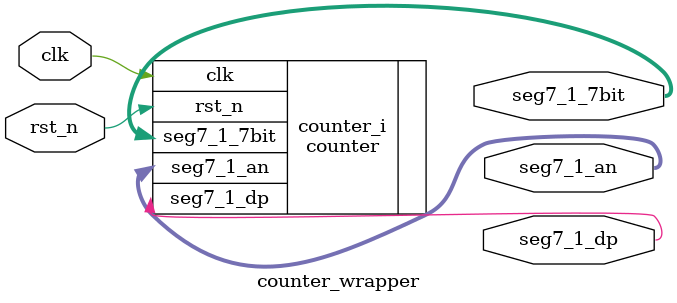
<source format=v>
`timescale 1 ps / 1 ps

module counter_wrapper
   (clk,
    rst_n,
    seg7_1_7bit,
    seg7_1_an,
    seg7_1_dp);
  input clk;
  input rst_n;
  output [6:0]seg7_1_7bit;
  output [3:0]seg7_1_an;
  output seg7_1_dp;

  wire clk;
  wire rst_n;
  wire [6:0]seg7_1_7bit;
  wire [3:0]seg7_1_an;
  wire seg7_1_dp;

  counter counter_i
       (.clk(clk),
        .rst_n(rst_n),
        .seg7_1_7bit(seg7_1_7bit),
        .seg7_1_an(seg7_1_an),
        .seg7_1_dp(seg7_1_dp));
endmodule

</source>
